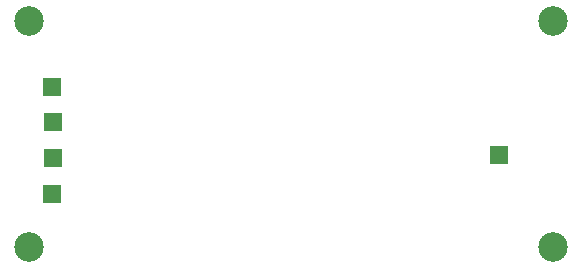
<source format=gbr>
%TF.GenerationSoftware,KiCad,Pcbnew,8.0.4*%
%TF.CreationDate,2024-11-04T05:07:06-05:00*%
%TF.ProjectId,6-axisIMU,362d6178-6973-4494-9d55-2e6b69636164,V01*%
%TF.SameCoordinates,Original*%
%TF.FileFunction,Soldermask,Bot*%
%TF.FilePolarity,Negative*%
%FSLAX46Y46*%
G04 Gerber Fmt 4.6, Leading zero omitted, Abs format (unit mm)*
G04 Created by KiCad (PCBNEW 8.0.4) date 2024-11-04 05:07:06*
%MOMM*%
%LPD*%
G01*
G04 APERTURE LIST*
G04 Aperture macros list*
%AMRoundRect*
0 Rectangle with rounded corners*
0 $1 Rounding radius*
0 $2 $3 $4 $5 $6 $7 $8 $9 X,Y pos of 4 corners*
0 Add a 4 corners polygon primitive as box body*
4,1,4,$2,$3,$4,$5,$6,$7,$8,$9,$2,$3,0*
0 Add four circle primitives for the rounded corners*
1,1,$1+$1,$2,$3*
1,1,$1+$1,$4,$5*
1,1,$1+$1,$6,$7*
1,1,$1+$1,$8,$9*
0 Add four rect primitives between the rounded corners*
20,1,$1+$1,$2,$3,$4,$5,0*
20,1,$1+$1,$4,$5,$6,$7,0*
20,1,$1+$1,$6,$7,$8,$9,0*
20,1,$1+$1,$8,$9,$2,$3,0*%
G04 Aperture macros list end*
%ADD10C,2.500000*%
%ADD11RoundRect,0.250000X-0.550000X-0.550000X0.550000X-0.550000X0.550000X0.550000X-0.550000X0.550000X0*%
G04 APERTURE END LIST*
D10*
%TO.C,REF\u002A\u002A*%
X61660000Y-28550000D03*
%TD*%
%TO.C,REF\u002A\u002A*%
X106050000Y-28550000D03*
%TD*%
%TO.C,REF\u002A\u002A*%
X106050000Y-47660000D03*
%TD*%
%TO.C,REF\u002A\u002A*%
X61660000Y-47660000D03*
%TD*%
D11*
%TO.C,SDA*%
X63650000Y-43150000D03*
%TD*%
%TO.C,INT2*%
X63650000Y-34150000D03*
%TD*%
%TO.C,5V-In*%
X101500000Y-39900000D03*
%TD*%
%TO.C,INT1*%
X63700000Y-37100000D03*
%TD*%
%TO.C,SCL*%
X63700000Y-40100000D03*
%TD*%
M02*

</source>
